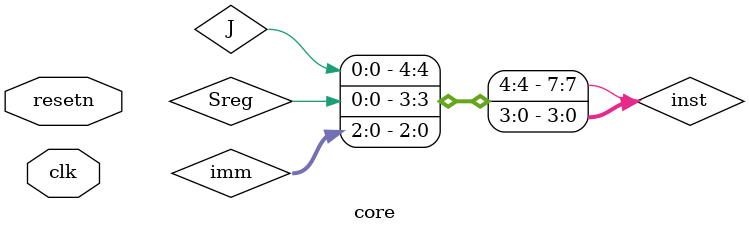
<source format=sv>
module core(
    input logic clk, 
    input logic resetn
);

// Instruction Fetching
logic [2:0] imm;
logic [3:0] pc;
logic J;
logic carry;
logic C;
logic [1:0] D;
logic Sreg;
logic S;

assign J = inst[7];
assign C = inst[6];
assign D = inst[5:4];  // Modified
assign Sreg = inst[3];
assign imm = inst[2:0];

// jump logic 
logic pc_load;
assign pc_load = J | (C & carry);

counter_n_bit pc_inst(
    .clk(clk),
    .resetn(resetn),
    .load_data({1'b0,imm}),
    .load(pc_load),
    .en(1'b1),   
    .count(pc)
);


// Instruction memory
logic [7:0] inst;
imem imem_inst(
    .addr(pc),
    .inst(inst)
);

// Decoding instruction 




// Generating enables for register O, A and B
logic enA, enB, enO;
decoder decoder_inst(
    .in(D),
    .out({enO,enB,enA})    // Modified
);

// registers 
logic [3:0] regIn;
logic [3:0] regA, regB, regO;

logic [3:0] AluOut;   // Modified

// Mux for selecting inputs for register (regIn)
mux_2x1 mux1(
    .in1(imm),  // Modified
    .in2(AluOut),  // Modified
    .sel(Sreg),
    .out(regIn)
);

// Register RA (regA)
register reg_A(
    .clk(clk),
    .resetn(resetn),
    .wen(enA),
    .D(regIn),
    .Q(regA)
);

// Register RB (regB)
register reg_B(
    .clk(clk),
    .resetn(resetn),
    .wen(enB),  // Modified
    .D(regIn),
    .Q(regB)
);

// Register RO (regO)
register reg_O(
    .clk(coreclk),
    .resetn(resetn),
    .wen(enO),
    .D(regA),
    .Q(regO)
);

// ALU


alu alu_inst(
    .clk(coreclk),
    .opcode(S),
    .a(regA),
    .b(regB),
    .out(AluOut),
    .carry(carry)
);


endmodule : core
</source>
